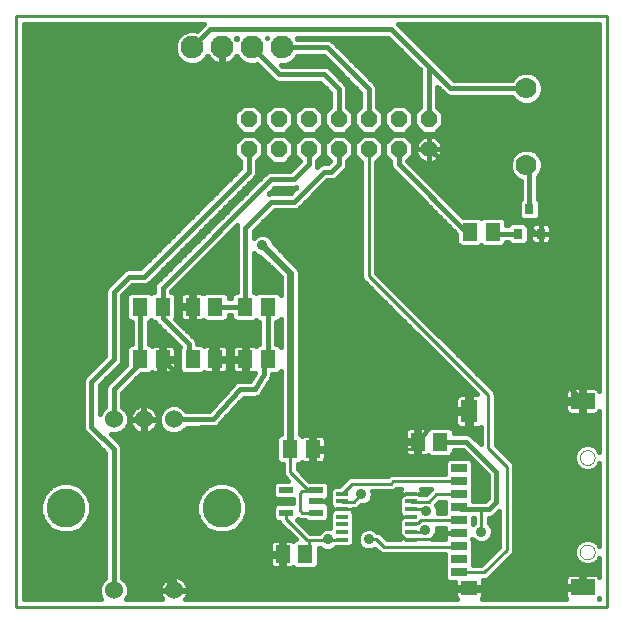
<source format=gtl>
G75*
%MOIN*%
%OFA0B0*%
%FSLAX24Y24*%
%IPPOS*%
%LPD*%
%AMOC8*
5,1,8,0,0,1.08239X$1,22.5*
%
%ADD10C,0.0100*%
%ADD11R,0.0787X0.0551*%
%ADD12R,0.0551X0.0504*%
%ADD13R,0.0551X0.0768*%
%ADD14R,0.0551X0.0276*%
%ADD15C,0.0000*%
%ADD16C,0.0760*%
%ADD17R,0.0390X0.0120*%
%ADD18R,0.0472X0.0217*%
%ADD19R,0.0512X0.0591*%
%ADD20C,0.0600*%
%ADD21C,0.1300*%
%ADD22C,0.0700*%
%ADD23R,0.0315X0.0354*%
%ADD24C,0.0560*%
%ADD25OC8,0.0560*%
%ADD26C,0.0160*%
%ADD27C,0.0240*%
%ADD28C,0.0356*%
%ADD29C,0.0120*%
D10*
X000250Y000180D02*
X000250Y019865D01*
X019935Y019865D01*
X019935Y000180D01*
X000250Y000180D01*
X009228Y003112D02*
X009940Y002400D01*
X010000Y002400D01*
X010000Y001930D01*
X010000Y002400D02*
X010610Y002400D01*
X010630Y002420D01*
X010638Y002412D01*
X011101Y002412D01*
X012000Y002430D02*
X012250Y002430D01*
X012500Y002180D01*
X014982Y002180D01*
X015000Y002198D01*
X015000Y002631D02*
X014271Y002631D01*
X014070Y002430D01*
X013416Y002430D01*
X013190Y002430D01*
X012950Y002720D01*
X012950Y003170D01*
X013389Y003170D01*
X013399Y003180D01*
X013445Y002970D02*
X013399Y002924D01*
X013445Y002970D02*
X013630Y002970D01*
X013724Y003064D01*
X015000Y003064D01*
X015750Y003430D02*
X015750Y002680D01*
X016600Y002080D02*
X015840Y001320D01*
X015012Y001320D01*
X015000Y001332D01*
X015343Y000796D02*
X019098Y000796D01*
X019122Y000820D01*
X016600Y002080D02*
X016600Y004850D01*
X015980Y005470D01*
X015980Y007230D01*
X012000Y011210D01*
X012000Y015430D01*
X013626Y005680D02*
X013376Y005430D01*
X010124Y005430D01*
X010124Y005056D01*
X010750Y004430D01*
X010750Y003950D01*
X010490Y003690D01*
X010750Y003430D01*
X011095Y003430D01*
X011101Y003436D01*
X012684Y003436D01*
X013196Y003948D01*
X013399Y003948D01*
X013399Y003692D02*
X013411Y003680D01*
X014000Y003680D01*
X014250Y003930D01*
X015000Y003930D01*
X015000Y004363D02*
X012813Y004363D01*
X012730Y004280D01*
X011434Y004280D01*
X011101Y003948D01*
X011101Y003692D02*
X011113Y003680D01*
X011500Y003680D01*
X011750Y003930D01*
X012684Y003436D02*
X012950Y003170D01*
X013399Y003436D02*
X013405Y003430D01*
X013820Y003430D01*
X013920Y003370D01*
X013880Y002740D02*
X013738Y002668D01*
X013399Y002668D01*
X013416Y002430D02*
X013399Y002412D01*
X010490Y003690D02*
X010252Y003690D01*
X010252Y003316D02*
X009784Y003316D01*
X009710Y003390D01*
X009710Y003970D01*
X009780Y004040D01*
X010000Y004040D01*
X009376Y004664D01*
X009376Y005430D01*
X010000Y004040D02*
X010228Y004040D01*
X010252Y004064D01*
X009228Y003316D02*
X009228Y003112D01*
D11*
X019122Y000820D03*
X019122Y007040D03*
D12*
X015343Y000796D03*
D13*
X015343Y006696D03*
D14*
X015000Y004796D03*
X015000Y004363D03*
X015000Y003930D03*
X015000Y003497D03*
X015000Y003064D03*
X015000Y002631D03*
X015000Y002198D03*
X015000Y001765D03*
X015000Y001332D03*
D15*
X019034Y002001D02*
X019036Y002032D01*
X019042Y002062D01*
X019051Y002092D01*
X019064Y002120D01*
X019081Y002146D01*
X019101Y002169D01*
X019123Y002191D01*
X019148Y002209D01*
X019175Y002224D01*
X019204Y002235D01*
X019234Y002243D01*
X019265Y002247D01*
X019295Y002247D01*
X019326Y002243D01*
X019356Y002235D01*
X019385Y002224D01*
X019412Y002209D01*
X019437Y002191D01*
X019459Y002169D01*
X019479Y002146D01*
X019496Y002120D01*
X019509Y002092D01*
X019518Y002062D01*
X019524Y002032D01*
X019526Y002001D01*
X019524Y001970D01*
X019518Y001940D01*
X019509Y001910D01*
X019496Y001882D01*
X019479Y001856D01*
X019459Y001833D01*
X019437Y001811D01*
X019412Y001793D01*
X019385Y001778D01*
X019356Y001767D01*
X019326Y001759D01*
X019295Y001755D01*
X019265Y001755D01*
X019234Y001759D01*
X019204Y001767D01*
X019175Y001778D01*
X019148Y001793D01*
X019123Y001811D01*
X019101Y001833D01*
X019081Y001856D01*
X019064Y001882D01*
X019051Y001910D01*
X019042Y001940D01*
X019036Y001970D01*
X019034Y002001D01*
X019034Y005150D02*
X019036Y005181D01*
X019042Y005211D01*
X019051Y005241D01*
X019064Y005269D01*
X019081Y005295D01*
X019101Y005318D01*
X019123Y005340D01*
X019148Y005358D01*
X019175Y005373D01*
X019204Y005384D01*
X019234Y005392D01*
X019265Y005396D01*
X019295Y005396D01*
X019326Y005392D01*
X019356Y005384D01*
X019385Y005373D01*
X019412Y005358D01*
X019437Y005340D01*
X019459Y005318D01*
X019479Y005295D01*
X019496Y005269D01*
X019509Y005241D01*
X019518Y005211D01*
X019524Y005181D01*
X019526Y005150D01*
X019524Y005119D01*
X019518Y005089D01*
X019509Y005059D01*
X019496Y005031D01*
X019479Y005005D01*
X019459Y004982D01*
X019437Y004960D01*
X019412Y004942D01*
X019385Y004927D01*
X019356Y004916D01*
X019326Y004908D01*
X019295Y004904D01*
X019265Y004904D01*
X019234Y004908D01*
X019204Y004916D01*
X019175Y004927D01*
X019148Y004942D01*
X019123Y004960D01*
X019101Y004982D01*
X019081Y005005D01*
X019064Y005031D01*
X019051Y005059D01*
X019042Y005089D01*
X019036Y005119D01*
X019034Y005150D01*
D16*
X009106Y018824D03*
X008106Y018824D03*
X007106Y018824D03*
X006106Y018824D03*
D17*
X011101Y003948D03*
X011101Y003692D03*
X011101Y003436D03*
X011101Y003180D03*
X011101Y002924D03*
X011101Y002668D03*
X011101Y002412D03*
X013399Y002412D03*
X013399Y002668D03*
X013399Y002924D03*
X013399Y003180D03*
X013399Y003436D03*
X013399Y003692D03*
X013399Y003948D03*
D18*
X010252Y004064D03*
X010252Y003690D03*
X010252Y003316D03*
X009228Y003316D03*
X009228Y004064D03*
D19*
X009376Y005430D03*
X010124Y005430D03*
X008624Y008430D03*
X007876Y008430D03*
X006874Y008430D03*
X006126Y008430D03*
X005124Y008430D03*
X004376Y008430D03*
X004376Y010180D03*
X005124Y010180D03*
X006126Y010180D03*
X006874Y010180D03*
X007876Y010180D03*
X008624Y010180D03*
X013626Y005680D03*
X014374Y005680D03*
X009874Y001930D03*
X009126Y001930D03*
X015376Y012680D03*
X016124Y012680D03*
D20*
X005500Y006420D03*
X004500Y006420D03*
X003500Y006420D03*
X003500Y000720D03*
X005500Y000720D03*
D21*
X007100Y003470D03*
X001900Y003470D03*
D22*
X017250Y014900D03*
X017250Y017460D03*
D23*
X017350Y013443D03*
X016976Y012616D03*
X017724Y012616D03*
D24*
X014000Y015430D03*
D25*
X014000Y016430D03*
X013000Y016430D03*
X013000Y015430D03*
X012000Y015430D03*
X011000Y015430D03*
X011000Y016430D03*
X012000Y016430D03*
X010000Y016430D03*
X010000Y015430D03*
X009000Y015430D03*
X009000Y016430D03*
X008000Y016430D03*
X008000Y015430D03*
D26*
X008000Y014680D01*
X004500Y011180D01*
X004000Y011180D01*
X003500Y010680D01*
X003500Y008430D01*
X002750Y007680D01*
X002750Y006180D01*
X003500Y005430D01*
X003500Y000720D01*
X003949Y000497D02*
X005075Y000497D01*
X005089Y000468D02*
X005117Y000430D01*
X003917Y000430D01*
X003924Y000437D01*
X004000Y000621D01*
X004000Y000819D01*
X003924Y001003D01*
X003783Y001144D01*
X003780Y001145D01*
X003780Y005486D01*
X003737Y005589D01*
X003406Y005920D01*
X003599Y005920D01*
X003783Y005996D01*
X003924Y006137D01*
X004000Y006321D01*
X004000Y006519D01*
X003924Y006703D01*
X003783Y006844D01*
X003780Y006845D01*
X003780Y007314D01*
X004401Y007935D01*
X004715Y007935D01*
X004766Y007986D01*
X004799Y007967D01*
X004844Y007955D01*
X005076Y007955D01*
X005076Y008382D01*
X005172Y008382D01*
X005172Y007955D01*
X005404Y007955D01*
X005449Y007967D01*
X005490Y007991D01*
X005524Y008024D01*
X005548Y008065D01*
X005560Y008111D01*
X005560Y008382D01*
X005172Y008382D01*
X005172Y008478D01*
X005076Y008478D01*
X005076Y008905D01*
X004844Y008905D01*
X004799Y008893D01*
X004766Y008874D01*
X004715Y008925D01*
X004656Y008925D01*
X004656Y009685D01*
X004715Y009685D01*
X004750Y009720D01*
X004785Y009685D01*
X004871Y009685D01*
X004887Y009647D01*
X005698Y008836D01*
X005670Y008808D01*
X005670Y008052D01*
X005787Y007935D01*
X006465Y007935D01*
X006516Y007986D01*
X006549Y007967D01*
X006594Y007955D01*
X006826Y007955D01*
X006826Y008382D01*
X006922Y008382D01*
X006922Y007955D01*
X007154Y007955D01*
X007199Y007967D01*
X007240Y007991D01*
X007274Y008024D01*
X007298Y008065D01*
X007310Y008111D01*
X007310Y008382D01*
X006922Y008382D01*
X006922Y008478D01*
X006826Y008478D01*
X006826Y008905D01*
X006594Y008905D01*
X006549Y008893D01*
X006516Y008874D01*
X006465Y008925D01*
X006280Y008925D01*
X006280Y008986D01*
X006237Y009089D01*
X006159Y009167D01*
X005552Y009774D01*
X005580Y009802D01*
X005580Y010558D01*
X005463Y010675D01*
X005404Y010675D01*
X005404Y010688D01*
X007609Y012893D01*
X007596Y012862D01*
X007596Y010675D01*
X007537Y010675D01*
X007420Y010558D01*
X007420Y010460D01*
X007330Y010460D01*
X007330Y010558D01*
X007213Y010675D01*
X006535Y010675D01*
X006484Y010624D01*
X006451Y010643D01*
X006406Y010655D01*
X006174Y010655D01*
X006174Y010228D01*
X006078Y010228D01*
X006078Y010655D01*
X005846Y010655D01*
X005801Y010643D01*
X005760Y010619D01*
X005726Y010586D01*
X005702Y010545D01*
X005690Y010499D01*
X005690Y010228D01*
X006078Y010228D01*
X006078Y010132D01*
X006174Y010132D01*
X006174Y009705D01*
X006406Y009705D01*
X006451Y009717D01*
X006484Y009736D01*
X006535Y009685D01*
X007213Y009685D01*
X007330Y009802D01*
X007330Y009900D01*
X007420Y009900D01*
X007420Y009802D01*
X007537Y009685D01*
X008215Y009685D01*
X008250Y009720D01*
X008285Y009685D01*
X008344Y009685D01*
X008344Y008925D01*
X008285Y008925D01*
X008234Y008874D01*
X008201Y008893D01*
X008156Y008905D01*
X007924Y008905D01*
X007924Y008478D01*
X007828Y008478D01*
X007828Y008905D01*
X007596Y008905D01*
X007551Y008893D01*
X007510Y008869D01*
X007476Y008836D01*
X007452Y008795D01*
X007440Y008749D01*
X007440Y008478D01*
X007828Y008478D01*
X007828Y008382D01*
X007924Y008382D01*
X007924Y007955D01*
X008156Y007955D01*
X008195Y007965D01*
X008041Y007710D01*
X007749Y007710D01*
X007742Y007712D01*
X007693Y007710D01*
X007644Y007710D01*
X007638Y007707D01*
X007631Y007707D01*
X007587Y007686D01*
X007541Y007667D01*
X007537Y007662D01*
X007530Y007660D01*
X007497Y007623D01*
X007463Y007589D01*
X007460Y007582D01*
X006674Y006718D01*
X005921Y006707D01*
X005783Y006844D01*
X005599Y006920D01*
X005401Y006920D01*
X005217Y006844D01*
X005076Y006703D01*
X005000Y006519D01*
X005000Y006321D01*
X005076Y006137D01*
X005217Y005996D01*
X005401Y005920D01*
X005599Y005920D01*
X005783Y005996D01*
X005924Y006137D01*
X005928Y006147D01*
X006753Y006159D01*
X006758Y006158D01*
X006809Y006160D01*
X006860Y006161D01*
X006864Y006163D01*
X006869Y006163D01*
X006915Y006185D01*
X006962Y006205D01*
X006965Y006208D01*
X006970Y006210D01*
X007004Y006248D01*
X007040Y006285D01*
X007042Y006289D01*
X007824Y007150D01*
X008179Y007150D01*
X008214Y007145D01*
X008234Y007150D01*
X008256Y007150D01*
X008288Y007163D01*
X008322Y007172D01*
X008339Y007185D01*
X008359Y007193D01*
X008383Y007217D01*
X008411Y007238D01*
X008422Y007256D01*
X008437Y007271D01*
X008451Y007304D01*
X008722Y007756D01*
X008737Y007771D01*
X008751Y007804D01*
X008769Y007834D01*
X008772Y007855D01*
X008780Y007874D01*
X008780Y007909D01*
X008784Y007935D01*
X008963Y007935D01*
X009056Y008028D01*
X009056Y005925D01*
X009037Y005925D01*
X008920Y005808D01*
X008920Y005052D01*
X009037Y004935D01*
X003780Y004935D01*
X003780Y004777D02*
X009126Y004777D01*
X009126Y004935D02*
X009126Y004614D01*
X009164Y004522D01*
X009314Y004372D01*
X008909Y004372D01*
X008792Y004255D01*
X008792Y003873D01*
X008909Y003756D01*
X009460Y003756D01*
X009460Y003624D01*
X008909Y003624D01*
X008792Y003507D01*
X008792Y003125D01*
X008909Y003008D01*
X009001Y003008D01*
X009016Y002970D01*
X009561Y002425D01*
X009535Y002425D01*
X009484Y002374D01*
X009451Y002393D01*
X009406Y002405D01*
X009174Y002405D01*
X009174Y001978D01*
X009078Y001978D01*
X009078Y002405D01*
X008846Y002405D01*
X008801Y002393D01*
X008760Y002369D01*
X008726Y002336D01*
X008702Y002295D01*
X008690Y002249D01*
X008690Y001978D01*
X009078Y001978D01*
X009078Y001882D01*
X009174Y001882D01*
X009174Y001455D01*
X009406Y001455D01*
X009451Y001467D01*
X009484Y001486D01*
X009535Y001435D01*
X010213Y001435D01*
X010330Y001552D01*
X010330Y002150D01*
X010365Y002150D01*
X010416Y002099D01*
X010555Y002042D01*
X010705Y002042D01*
X010844Y002099D01*
X010897Y002152D01*
X011379Y002152D01*
X011496Y002269D01*
X011496Y003323D01*
X011474Y003345D01*
X011476Y003352D01*
X011476Y003430D01*
X011550Y003430D01*
X011642Y003468D01*
X011712Y003538D01*
X011712Y003538D01*
X011725Y003552D01*
X011825Y003552D01*
X011964Y003609D01*
X012071Y003716D01*
X012128Y003855D01*
X012128Y004005D01*
X012118Y004030D01*
X012780Y004030D01*
X012872Y004068D01*
X012917Y004113D01*
X013057Y004113D01*
X013036Y004077D01*
X013024Y004031D01*
X013024Y003948D01*
X013117Y003948D01*
X013117Y003948D01*
X013024Y003948D01*
X013024Y003864D01*
X013026Y003857D01*
X013004Y003835D01*
X013004Y003293D01*
X013026Y003271D01*
X013024Y003264D01*
X013024Y003180D01*
X013024Y003096D01*
X013026Y003089D01*
X013004Y003067D01*
X013004Y002525D01*
X013026Y002503D01*
X013024Y002496D01*
X013024Y002430D01*
X012604Y002430D01*
X012392Y002642D01*
X012300Y002680D01*
X012285Y002680D01*
X012214Y002751D01*
X012075Y002808D01*
X011925Y002808D01*
X011786Y002751D01*
X011679Y002644D01*
X011622Y002505D01*
X011622Y002355D01*
X011679Y002216D01*
X011786Y002109D01*
X011925Y002052D01*
X012075Y002052D01*
X012214Y002109D01*
X012216Y002111D01*
X012288Y002038D01*
X012358Y001968D01*
X012450Y001930D01*
X014524Y001930D01*
X014524Y001111D01*
X014642Y000994D01*
X014887Y000994D01*
X014887Y000842D01*
X015297Y000842D01*
X015297Y000750D01*
X014887Y000750D01*
X014887Y000520D01*
X014899Y000475D01*
X014923Y000434D01*
X014927Y000430D01*
X005883Y000430D01*
X005911Y000468D01*
X005945Y000536D01*
X005968Y000608D01*
X005980Y000682D01*
X005980Y000700D01*
X005520Y000700D01*
X005520Y000740D01*
X005500Y000720D01*
X015266Y000720D01*
X015343Y000796D01*
X015209Y000930D01*
X015297Y000814D02*
X005971Y000814D01*
X005968Y000832D02*
X005980Y000758D01*
X005980Y000740D01*
X005520Y000740D01*
X005520Y000880D01*
X005520Y000814D02*
X005480Y000814D01*
X005480Y000740D02*
X005480Y001200D01*
X005462Y001200D01*
X005388Y001188D01*
X005316Y001165D01*
X005248Y001131D01*
X005187Y001086D01*
X005134Y001033D01*
X005089Y000972D01*
X005055Y000904D01*
X005032Y000832D01*
X005020Y000758D01*
X005020Y000740D01*
X005480Y000740D01*
X005520Y000740D01*
X005520Y001200D01*
X005538Y001200D01*
X005612Y001188D01*
X005684Y001165D01*
X005752Y001131D01*
X005813Y001086D01*
X005866Y001033D01*
X005911Y000972D01*
X005945Y000904D01*
X005968Y000832D01*
X005910Y000973D02*
X014887Y000973D01*
X014887Y000656D02*
X005976Y000656D01*
X005925Y000497D02*
X014893Y000497D01*
X015389Y000750D02*
X015389Y000842D01*
X015798Y000842D01*
X015798Y001070D01*
X015890Y001070D01*
X015982Y001108D01*
X016052Y001178D01*
X016812Y001938D01*
X016850Y002030D01*
X016850Y004900D01*
X016812Y004992D01*
X016742Y005062D01*
X016230Y005574D01*
X016230Y007280D01*
X016192Y007372D01*
X016122Y007442D01*
X012250Y011314D01*
X012250Y015001D01*
X012480Y015231D01*
X012480Y015629D01*
X012199Y015910D01*
X011801Y015910D01*
X011520Y015629D01*
X011520Y015231D01*
X011750Y015001D01*
X011750Y011160D01*
X011788Y011068D01*
X015597Y007260D01*
X015400Y007260D01*
X015400Y006754D01*
X015285Y006754D01*
X015285Y007260D01*
X015043Y007260D01*
X014997Y007247D01*
X014956Y007224D01*
X014923Y007190D01*
X014899Y007149D01*
X014887Y007103D01*
X014887Y006754D01*
X015285Y006754D01*
X015285Y006638D01*
X015400Y006638D01*
X015400Y006132D01*
X015642Y006132D01*
X015688Y006144D01*
X015729Y006168D01*
X015730Y006169D01*
X015730Y005596D01*
X015409Y005917D01*
X015306Y005960D01*
X014830Y005960D01*
X014830Y006058D01*
X014713Y006175D01*
X014035Y006175D01*
X013984Y006124D01*
X013951Y006143D01*
X013906Y006155D01*
X013674Y006155D01*
X013674Y005728D01*
X013578Y005728D01*
X013578Y006155D01*
X013346Y006155D01*
X013301Y006143D01*
X013260Y006119D01*
X013226Y006086D01*
X013202Y006045D01*
X013190Y005999D01*
X013190Y005728D01*
X013578Y005728D01*
X013578Y005632D01*
X013674Y005632D01*
X013674Y005205D01*
X013906Y005205D01*
X013951Y005217D01*
X013984Y005236D01*
X014035Y005185D01*
X014713Y005185D01*
X014830Y005302D01*
X014830Y005400D01*
X015134Y005400D01*
X015970Y004564D01*
X015970Y003796D01*
X015884Y003710D01*
X015476Y003710D01*
X015476Y005017D01*
X015358Y005134D01*
X014642Y005134D01*
X014524Y005017D01*
X014524Y004613D01*
X012763Y004613D01*
X012671Y004575D01*
X012626Y004530D01*
X011384Y004530D01*
X011292Y004492D01*
X011008Y004208D01*
X010823Y004208D01*
X010706Y004091D01*
X010706Y003549D01*
X010728Y003527D01*
X010726Y003520D01*
X010726Y003436D01*
X010819Y003436D01*
X010819Y003436D01*
X010726Y003436D01*
X010726Y003352D01*
X010728Y003345D01*
X010706Y003323D01*
X010706Y002798D01*
X010705Y002798D01*
X010555Y002798D01*
X010416Y002741D01*
X010325Y002650D01*
X010044Y002650D01*
X009617Y003077D01*
X009643Y003104D01*
X009734Y003066D01*
X009875Y003066D01*
X009933Y003008D01*
X010571Y003008D01*
X010688Y003125D01*
X010688Y003507D01*
X010662Y003534D01*
X010668Y003558D01*
X010668Y003690D01*
X010668Y003822D01*
X010662Y003846D01*
X010688Y003873D01*
X010688Y004255D01*
X010571Y004372D01*
X010021Y004372D01*
X009626Y004768D01*
X009626Y004935D01*
X009715Y004935D01*
X014524Y004935D01*
X014524Y004777D02*
X009626Y004777D01*
X009715Y004935D02*
X009766Y004986D01*
X009799Y004967D01*
X009844Y004955D01*
X010076Y004955D01*
X010076Y005382D01*
X010172Y005382D01*
X010172Y004955D01*
X010404Y004955D01*
X010449Y004967D01*
X010490Y004991D01*
X010524Y005024D01*
X010548Y005065D01*
X010560Y005111D01*
X010560Y005382D01*
X010172Y005382D01*
X010172Y005478D01*
X010076Y005478D01*
X010076Y005905D01*
X009844Y005905D01*
X009799Y005893D01*
X009766Y005874D01*
X009715Y005925D01*
X009696Y005925D01*
X009696Y011358D01*
X009647Y011475D01*
X008828Y012294D01*
X008828Y012295D01*
X008771Y012434D01*
X008664Y012541D01*
X008525Y012598D01*
X008375Y012598D01*
X008236Y012541D01*
X008156Y012461D01*
X008156Y012690D01*
X008866Y013400D01*
X009556Y013400D01*
X009659Y013443D01*
X010616Y014400D01*
X010806Y014400D01*
X010909Y014443D01*
X011159Y014693D01*
X011237Y014771D01*
X011280Y014874D01*
X011280Y015031D01*
X011480Y015231D01*
X011480Y015629D01*
X011199Y015910D01*
X010801Y015910D01*
X010520Y015629D01*
X010520Y015231D01*
X010713Y015039D01*
X010634Y014960D01*
X010444Y014960D01*
X010341Y014917D01*
X010267Y014843D01*
X010280Y014874D01*
X010280Y015031D01*
X010480Y015231D01*
X010480Y015629D01*
X010199Y015910D01*
X009801Y015910D01*
X009520Y015629D01*
X009520Y015231D01*
X009713Y015039D01*
X009384Y014710D01*
X008694Y014710D01*
X008591Y014667D01*
X008513Y014589D01*
X004887Y010963D01*
X004844Y010860D01*
X004844Y010675D01*
X004785Y010675D01*
X004750Y010640D01*
X004715Y010675D01*
X004037Y010675D01*
X003920Y010558D01*
X003920Y009802D01*
X004037Y009685D01*
X004096Y009685D01*
X004096Y008925D01*
X004037Y008925D01*
X003920Y008808D01*
X003920Y008246D01*
X003263Y007589D01*
X003220Y007486D01*
X003220Y006845D01*
X003217Y006844D01*
X003076Y006703D01*
X003030Y006592D01*
X003030Y007564D01*
X003737Y008271D01*
X003780Y008374D01*
X003780Y010564D01*
X004116Y010900D01*
X004556Y010900D01*
X004659Y010943D01*
X008159Y014443D01*
X008237Y014521D01*
X008280Y014624D01*
X008280Y015031D01*
X008480Y015231D01*
X008480Y015629D01*
X008199Y015910D01*
X007801Y015910D01*
X007520Y015629D01*
X007520Y015231D01*
X007720Y015031D01*
X007720Y014796D01*
X004384Y011460D01*
X003944Y011460D01*
X003841Y011417D01*
X003763Y011339D01*
X003763Y011339D01*
X003263Y010839D01*
X003220Y010736D01*
X003220Y008546D01*
X002513Y007839D01*
X002470Y007736D01*
X002470Y006124D01*
X002513Y006021D01*
X002591Y005943D01*
X003220Y005314D01*
X003220Y001145D01*
X003217Y001144D01*
X003076Y001003D01*
X003000Y000819D01*
X003000Y000621D01*
X003076Y000437D01*
X003083Y000430D01*
X000500Y000430D01*
X000500Y019615D01*
X006502Y019615D01*
X006270Y019384D01*
X006222Y019404D01*
X005991Y019404D01*
X005778Y019315D01*
X005615Y019152D01*
X005526Y018939D01*
X005526Y018708D01*
X005615Y018495D01*
X005778Y018332D01*
X005991Y018244D01*
X006222Y018244D01*
X006435Y018332D01*
X006598Y018495D01*
X006619Y018546D01*
X006627Y018530D01*
X006679Y018459D01*
X006741Y018397D01*
X006813Y018345D01*
X006891Y018305D01*
X006975Y018277D01*
X007062Y018264D01*
X007088Y018264D01*
X007088Y018805D01*
X007125Y018805D01*
X007125Y018264D01*
X007150Y018264D01*
X007237Y018277D01*
X007321Y018305D01*
X007400Y018345D01*
X007471Y018397D01*
X007533Y018459D01*
X007585Y018530D01*
X007593Y018546D01*
X007615Y018495D01*
X007778Y018332D01*
X007991Y018244D01*
X008222Y018244D01*
X008270Y018264D01*
X008763Y017771D01*
X008841Y017693D01*
X008944Y017650D01*
X010384Y017650D01*
X010720Y017314D01*
X010720Y016829D01*
X010520Y016629D01*
X010520Y016231D01*
X010801Y015950D01*
X011199Y015950D01*
X011480Y016231D01*
X011480Y016629D01*
X011280Y016829D01*
X011280Y017486D01*
X011237Y017589D01*
X011159Y017667D01*
X010659Y018167D01*
X010556Y018210D01*
X009116Y018210D01*
X009082Y018244D01*
X009222Y018244D01*
X009435Y018332D01*
X009598Y018495D01*
X009618Y018544D01*
X010490Y018544D01*
X011720Y017314D01*
X011720Y016829D01*
X011520Y016629D01*
X011520Y016231D01*
X011801Y015950D01*
X012199Y015950D01*
X012480Y016231D01*
X012480Y016629D01*
X012280Y016829D01*
X012280Y017486D01*
X012237Y017589D01*
X012159Y017667D01*
X010765Y019061D01*
X010662Y019104D01*
X009618Y019104D01*
X009599Y019150D01*
X012634Y019150D01*
X013720Y018064D01*
X013720Y016829D01*
X013520Y016629D01*
X013520Y016231D01*
X013801Y015950D01*
X014199Y015950D01*
X014480Y016231D01*
X014480Y016629D01*
X014280Y016829D01*
X014280Y017504D01*
X014562Y017222D01*
X014665Y017180D01*
X016771Y017180D01*
X016784Y017148D01*
X016938Y016993D01*
X017141Y016910D01*
X017359Y016910D01*
X017562Y016993D01*
X017716Y017148D01*
X017800Y017350D01*
X017800Y017569D01*
X017716Y017771D01*
X017562Y017926D01*
X017359Y018010D01*
X017141Y018010D01*
X016938Y017926D01*
X016784Y017771D01*
X016771Y017740D01*
X014836Y017740D01*
X014159Y018417D01*
X012987Y019589D01*
X012961Y019615D01*
X019685Y019615D01*
X019685Y007379D01*
X019683Y007385D01*
X019660Y007426D01*
X019626Y007460D01*
X019585Y007484D01*
X019539Y007496D01*
X019180Y007496D01*
X019180Y007098D01*
X019064Y007098D01*
X019064Y006982D01*
X019180Y006982D01*
X019180Y006585D01*
X019539Y006585D01*
X019585Y006597D01*
X019626Y006621D01*
X019660Y006654D01*
X019683Y006695D01*
X019685Y006701D01*
X019685Y005337D01*
X019658Y005403D01*
X019532Y005529D01*
X019368Y005597D01*
X019191Y005597D01*
X019027Y005529D01*
X018901Y005403D01*
X018833Y005239D01*
X018833Y005062D01*
X018901Y004898D01*
X019027Y004772D01*
X019191Y004704D01*
X019368Y004704D01*
X019532Y004772D01*
X019658Y004898D01*
X019685Y004964D01*
X019685Y002187D01*
X019658Y002254D01*
X019532Y002379D01*
X019368Y002447D01*
X019191Y002447D01*
X019027Y002379D01*
X018901Y002254D01*
X018833Y002090D01*
X018833Y001912D01*
X018901Y001748D01*
X019027Y001623D01*
X019191Y001555D01*
X019368Y001555D01*
X019532Y001623D01*
X019658Y001748D01*
X019685Y001814D01*
X019685Y001159D01*
X019683Y001165D01*
X019660Y001206D01*
X019626Y001239D01*
X019585Y001263D01*
X019539Y001275D01*
X019180Y001275D01*
X019180Y000878D01*
X019064Y000878D01*
X019064Y001275D01*
X018705Y001275D01*
X018659Y001263D01*
X018618Y001239D01*
X018584Y001206D01*
X018561Y001165D01*
X018548Y001119D01*
X018548Y000878D01*
X019064Y000878D01*
X019064Y000762D01*
X018548Y000762D01*
X018548Y000520D01*
X018561Y000475D01*
X018584Y000434D01*
X018588Y000430D01*
X015758Y000430D01*
X015762Y000434D01*
X015786Y000475D01*
X015798Y000520D01*
X015798Y000750D01*
X015389Y000750D01*
X015389Y000814D02*
X019064Y000814D01*
X019064Y000973D02*
X019180Y000973D01*
X019180Y001131D02*
X019064Y001131D01*
X019066Y001607D02*
X016480Y001607D01*
X016639Y001765D02*
X018894Y001765D01*
X018833Y001924D02*
X016797Y001924D01*
X016850Y002082D02*
X018833Y002082D01*
X018896Y002241D02*
X016850Y002241D01*
X016850Y002399D02*
X019075Y002399D01*
X019484Y002399D02*
X019685Y002399D01*
X019685Y002241D02*
X019663Y002241D01*
X019685Y002558D02*
X016850Y002558D01*
X016850Y002716D02*
X019685Y002716D01*
X019685Y002875D02*
X016850Y002875D01*
X016850Y003033D02*
X019685Y003033D01*
X019685Y003192D02*
X016850Y003192D01*
X016850Y003350D02*
X019685Y003350D01*
X019685Y003509D02*
X016850Y003509D01*
X016850Y003667D02*
X019685Y003667D01*
X019685Y003826D02*
X016850Y003826D01*
X016850Y003984D02*
X019685Y003984D01*
X019685Y004143D02*
X016850Y004143D01*
X016850Y004301D02*
X019685Y004301D01*
X019685Y004460D02*
X016850Y004460D01*
X016850Y004618D02*
X019685Y004618D01*
X019685Y004777D02*
X019536Y004777D01*
X019673Y004935D02*
X019685Y004935D01*
X019685Y005411D02*
X019650Y005411D01*
X019685Y005569D02*
X019435Y005569D01*
X019685Y005728D02*
X016230Y005728D01*
X016230Y005886D02*
X019685Y005886D01*
X019685Y006045D02*
X016230Y006045D01*
X016230Y006203D02*
X019685Y006203D01*
X019685Y006362D02*
X016230Y006362D01*
X016230Y006520D02*
X019685Y006520D01*
X019674Y006679D02*
X019685Y006679D01*
X019180Y006679D02*
X019064Y006679D01*
X019064Y006585D02*
X019064Y006982D01*
X018548Y006982D01*
X018548Y006741D01*
X018561Y006695D01*
X018584Y006654D01*
X018618Y006621D01*
X018659Y006597D01*
X018705Y006585D01*
X019064Y006585D01*
X019064Y006837D02*
X019180Y006837D01*
X019064Y006996D02*
X016230Y006996D01*
X016230Y007154D02*
X018548Y007154D01*
X018548Y007098D02*
X019064Y007098D01*
X019064Y007496D01*
X018705Y007496D01*
X018659Y007484D01*
X018618Y007460D01*
X018584Y007426D01*
X018561Y007385D01*
X018548Y007340D01*
X018548Y007098D01*
X018548Y007313D02*
X016216Y007313D01*
X016093Y007471D02*
X018637Y007471D01*
X019064Y007471D02*
X019180Y007471D01*
X019180Y007313D02*
X019064Y007313D01*
X019064Y007154D02*
X019180Y007154D01*
X019122Y007040D02*
X017724Y008438D01*
X017724Y012616D01*
X017724Y012259D01*
X017724Y012616D01*
X017724Y012616D01*
X017387Y012616D01*
X017387Y012415D01*
X017399Y012370D01*
X017422Y012329D01*
X017456Y012295D01*
X017497Y012271D01*
X017543Y012259D01*
X017724Y012259D01*
X017905Y012259D01*
X017951Y012271D01*
X017992Y012295D01*
X018026Y012329D01*
X018049Y012370D01*
X018061Y012415D01*
X018061Y012616D01*
X017724Y012616D01*
X017724Y012616D01*
X017724Y012616D01*
X017564Y012616D01*
X017000Y013180D01*
X016500Y013180D01*
X014000Y015430D01*
X014010Y015440D02*
X014460Y015440D01*
X014460Y015466D01*
X014449Y015538D01*
X014426Y015607D01*
X014393Y015671D01*
X014351Y015730D01*
X014300Y015781D01*
X014241Y015823D01*
X014177Y015856D01*
X014108Y015879D01*
X014036Y015890D01*
X014010Y015890D01*
X014010Y015440D01*
X014010Y015420D01*
X014460Y015420D01*
X014460Y015394D01*
X014449Y015322D01*
X014426Y015253D01*
X014393Y015189D01*
X014351Y015130D01*
X014300Y015079D01*
X014241Y015037D01*
X014177Y015004D01*
X014108Y014981D01*
X014036Y014970D01*
X014010Y014970D01*
X014010Y015420D01*
X013990Y015420D01*
X013990Y014970D01*
X013964Y014970D01*
X013892Y014981D01*
X013823Y015004D01*
X013759Y015037D01*
X013700Y015079D01*
X013649Y015130D01*
X013607Y015189D01*
X013574Y015253D01*
X013551Y015322D01*
X013540Y015394D01*
X013540Y015420D01*
X013990Y015420D01*
X013990Y015440D01*
X013990Y015890D01*
X013964Y015890D01*
X013892Y015879D01*
X013823Y015856D01*
X013759Y015823D01*
X013700Y015781D01*
X013649Y015730D01*
X013607Y015671D01*
X013574Y015607D01*
X013551Y015538D01*
X013540Y015466D01*
X013540Y015440D01*
X013990Y015440D01*
X014010Y015440D01*
X014010Y015396D02*
X013990Y015396D01*
X013990Y015238D02*
X014010Y015238D01*
X014010Y015079D02*
X013990Y015079D01*
X014300Y015079D02*
X016729Y015079D01*
X016700Y015010D02*
X016700Y014791D01*
X016784Y014589D01*
X016938Y014434D01*
X017070Y014380D01*
X017070Y013781D01*
X016993Y013703D01*
X016993Y013183D01*
X017110Y013066D01*
X017590Y013066D01*
X017707Y013183D01*
X017707Y013703D01*
X017630Y013781D01*
X017630Y014503D01*
X017716Y014589D01*
X017800Y014791D01*
X017800Y015010D01*
X017716Y015212D01*
X017562Y015367D01*
X017359Y015450D01*
X017141Y015450D01*
X016938Y015367D01*
X016784Y015212D01*
X016700Y015010D01*
X016700Y014921D02*
X013405Y014921D01*
X013287Y015039D02*
X013480Y015231D01*
X013480Y015629D01*
X013199Y015910D01*
X012801Y015910D01*
X012520Y015629D01*
X012520Y015231D01*
X012720Y015031D01*
X012720Y014874D01*
X012763Y014771D01*
X012841Y014693D01*
X014920Y012614D01*
X014920Y012302D01*
X015037Y012185D01*
X015715Y012185D01*
X015750Y012220D01*
X015785Y012185D01*
X016463Y012185D01*
X016580Y012302D01*
X016580Y012336D01*
X016638Y012336D01*
X016736Y012239D01*
X017216Y012239D01*
X017333Y012356D01*
X017333Y012876D01*
X017216Y012993D01*
X016736Y012993D01*
X016638Y012896D01*
X016580Y012896D01*
X016580Y013058D01*
X016463Y013175D01*
X015785Y013175D01*
X015750Y013140D01*
X015715Y013175D01*
X015151Y013175D01*
X013287Y015039D01*
X013328Y015079D02*
X013700Y015079D01*
X013582Y015238D02*
X013480Y015238D01*
X013480Y015396D02*
X013540Y015396D01*
X013557Y015555D02*
X013480Y015555D01*
X013396Y015713D02*
X013637Y015713D01*
X013870Y015872D02*
X013237Y015872D01*
X013199Y015950D02*
X013480Y016231D01*
X013480Y016629D01*
X013199Y016910D01*
X012801Y016910D01*
X012520Y016629D01*
X012520Y016231D01*
X012801Y015950D01*
X013199Y015950D01*
X013279Y016030D02*
X013721Y016030D01*
X013563Y016189D02*
X013437Y016189D01*
X013480Y016347D02*
X013520Y016347D01*
X013520Y016506D02*
X013480Y016506D01*
X013445Y016664D02*
X013555Y016664D01*
X013714Y016823D02*
X013286Y016823D01*
X012714Y016823D02*
X012286Y016823D01*
X012280Y016981D02*
X013720Y016981D01*
X013720Y017140D02*
X012280Y017140D01*
X012280Y017298D02*
X013720Y017298D01*
X013720Y017457D02*
X012280Y017457D01*
X012211Y017615D02*
X013720Y017615D01*
X013720Y017774D02*
X012052Y017774D01*
X012159Y017667D02*
X012159Y017667D01*
X012000Y017430D02*
X012000Y016430D01*
X011714Y016823D02*
X011286Y016823D01*
X011280Y016981D02*
X011720Y016981D01*
X011720Y017140D02*
X011280Y017140D01*
X011280Y017298D02*
X011720Y017298D01*
X011577Y017457D02*
X011280Y017457D01*
X011211Y017615D02*
X011419Y017615D01*
X011260Y017774D02*
X011052Y017774D01*
X011102Y017932D02*
X010894Y017932D01*
X010943Y018091D02*
X010735Y018091D01*
X010785Y018249D02*
X009235Y018249D01*
X009510Y018408D02*
X010626Y018408D01*
X010606Y018824D02*
X012000Y017430D01*
X011894Y017932D02*
X013720Y017932D01*
X013693Y018091D02*
X011735Y018091D01*
X011577Y018249D02*
X013535Y018249D01*
X013376Y018408D02*
X011418Y018408D01*
X011260Y018566D02*
X013218Y018566D01*
X013059Y018725D02*
X011101Y018725D01*
X010943Y018883D02*
X012901Y018883D01*
X012742Y019042D02*
X010784Y019042D01*
X010606Y018824D02*
X009106Y018824D01*
X008606Y019132D02*
X008614Y019150D01*
X008599Y019150D01*
X008606Y019132D01*
X008106Y018824D02*
X009000Y017930D01*
X010500Y017930D01*
X011000Y017430D01*
X011000Y016430D01*
X010714Y016823D02*
X010286Y016823D01*
X010199Y016910D02*
X009801Y016910D01*
X009520Y016629D01*
X009520Y016231D01*
X009801Y015950D01*
X010199Y015950D01*
X010480Y016231D01*
X010480Y016629D01*
X010199Y016910D01*
X010445Y016664D02*
X010555Y016664D01*
X010520Y016506D02*
X010480Y016506D01*
X010480Y016347D02*
X010520Y016347D01*
X010563Y016189D02*
X010437Y016189D01*
X010279Y016030D02*
X010721Y016030D01*
X010763Y015872D02*
X010237Y015872D01*
X010396Y015713D02*
X010604Y015713D01*
X010520Y015555D02*
X010480Y015555D01*
X010480Y015396D02*
X010520Y015396D01*
X010520Y015238D02*
X010480Y015238D01*
X010328Y015079D02*
X010672Y015079D01*
X010349Y014921D02*
X010280Y014921D01*
X010000Y014930D02*
X010000Y015430D01*
X009672Y015079D02*
X009328Y015079D01*
X009199Y014950D02*
X009480Y015231D01*
X009480Y015629D01*
X009199Y015910D01*
X008801Y015910D01*
X008520Y015629D01*
X008520Y015231D01*
X008801Y014950D01*
X009199Y014950D01*
X009436Y014762D02*
X008280Y014762D01*
X008280Y014921D02*
X009595Y014921D01*
X009520Y015238D02*
X009480Y015238D01*
X009480Y015396D02*
X009520Y015396D01*
X009520Y015555D02*
X009480Y015555D01*
X009396Y015713D02*
X009604Y015713D01*
X009763Y015872D02*
X009237Y015872D01*
X009199Y015950D02*
X009480Y016231D01*
X009480Y016629D01*
X009199Y016910D01*
X008801Y016910D01*
X008520Y016629D01*
X008520Y016231D01*
X008801Y015950D01*
X009199Y015950D01*
X009279Y016030D02*
X009721Y016030D01*
X009563Y016189D02*
X009437Y016189D01*
X009480Y016347D02*
X009520Y016347D01*
X009520Y016506D02*
X009480Y016506D01*
X009445Y016664D02*
X009555Y016664D01*
X009714Y016823D02*
X009286Y016823D01*
X008714Y016823D02*
X008286Y016823D01*
X008199Y016910D02*
X008480Y016629D01*
X008480Y016231D01*
X008199Y015950D01*
X007801Y015950D01*
X007520Y016231D01*
X007520Y016629D01*
X007801Y016910D01*
X008199Y016910D01*
X008445Y016664D02*
X008555Y016664D01*
X008520Y016506D02*
X008480Y016506D01*
X008480Y016347D02*
X008520Y016347D01*
X008563Y016189D02*
X008437Y016189D01*
X008279Y016030D02*
X008721Y016030D01*
X008763Y015872D02*
X008237Y015872D01*
X008396Y015713D02*
X008604Y015713D01*
X008520Y015555D02*
X008480Y015555D01*
X008480Y015396D02*
X008520Y015396D01*
X008520Y015238D02*
X008480Y015238D01*
X008328Y015079D02*
X008672Y015079D01*
X008528Y014604D02*
X008271Y014604D01*
X008369Y014445D02*
X008161Y014445D01*
X008211Y014287D02*
X008003Y014287D01*
X008052Y014128D02*
X007844Y014128D01*
X007894Y013970D02*
X007686Y013970D01*
X007735Y013811D02*
X007527Y013811D01*
X007577Y013653D02*
X007369Y013653D01*
X007418Y013494D02*
X007210Y013494D01*
X007260Y013336D02*
X007051Y013336D01*
X007101Y013177D02*
X006893Y013177D01*
X006943Y013019D02*
X006734Y013019D01*
X006784Y012860D02*
X006576Y012860D01*
X006626Y012702D02*
X006417Y012702D01*
X006467Y012543D02*
X006259Y012543D01*
X006309Y012385D02*
X006100Y012385D01*
X006150Y012226D02*
X005942Y012226D01*
X005992Y012068D02*
X005783Y012068D01*
X005833Y011909D02*
X005625Y011909D01*
X005675Y011751D02*
X005466Y011751D01*
X005516Y011592D02*
X005308Y011592D01*
X005358Y011434D02*
X005149Y011434D01*
X005199Y011275D02*
X004991Y011275D01*
X005041Y011117D02*
X004832Y011117D01*
X004885Y010958D02*
X004674Y010958D01*
X004844Y010800D02*
X004015Y010800D01*
X004003Y010641D02*
X003857Y010641D01*
X003920Y010483D02*
X003780Y010483D01*
X003780Y010324D02*
X003920Y010324D01*
X003920Y010166D02*
X003780Y010166D01*
X003780Y010007D02*
X003920Y010007D01*
X003920Y009849D02*
X003780Y009849D01*
X003780Y009690D02*
X004032Y009690D01*
X004096Y009532D02*
X003780Y009532D01*
X003780Y009373D02*
X004096Y009373D01*
X004096Y009215D02*
X003780Y009215D01*
X003780Y009056D02*
X004096Y009056D01*
X004009Y008898D02*
X003780Y008898D01*
X003780Y008739D02*
X003920Y008739D01*
X003920Y008581D02*
X003780Y008581D01*
X003780Y008422D02*
X003920Y008422D01*
X003920Y008264D02*
X003729Y008264D01*
X003779Y008105D02*
X003571Y008105D01*
X003621Y007947D02*
X003412Y007947D01*
X003462Y007788D02*
X003254Y007788D01*
X003304Y007630D02*
X003095Y007630D01*
X003030Y007471D02*
X003220Y007471D01*
X003220Y007313D02*
X003030Y007313D01*
X003030Y007154D02*
X003220Y007154D01*
X003220Y006996D02*
X003030Y006996D01*
X003030Y006837D02*
X003210Y006837D01*
X003066Y006679D02*
X003030Y006679D01*
X003500Y006420D02*
X003500Y007430D01*
X004250Y008180D01*
X004250Y008304D01*
X004376Y008430D01*
X004376Y010180D01*
X004749Y010641D02*
X004751Y010641D01*
X005124Y010804D02*
X005124Y010180D01*
X005124Y009806D01*
X006000Y008930D01*
X006000Y008556D01*
X006126Y008430D01*
X006492Y008898D02*
X006565Y008898D01*
X006750Y008930D02*
X006750Y008680D01*
X007000Y008430D01*
X007876Y008430D01*
X007828Y008422D02*
X006922Y008422D01*
X006890Y008414D02*
X006874Y008430D01*
X006750Y008554D01*
X006750Y008680D01*
X006826Y008739D02*
X006922Y008739D01*
X006922Y008581D02*
X006826Y008581D01*
X006922Y008478D02*
X006922Y008905D01*
X007154Y008905D01*
X007199Y008893D01*
X007240Y008869D01*
X007274Y008836D01*
X007298Y008795D01*
X007310Y008749D01*
X007310Y008478D01*
X006922Y008478D01*
X006890Y008414D02*
X006890Y008200D01*
X006880Y008190D01*
X006880Y007790D01*
X006530Y007440D01*
X006100Y007440D01*
X005124Y008416D01*
X005124Y008430D01*
X005000Y008306D01*
X005000Y007740D01*
X004500Y007180D01*
X004500Y006420D01*
X004490Y006430D01*
X004490Y006610D01*
X004480Y006679D02*
X004520Y006679D01*
X004520Y006837D02*
X004480Y006837D01*
X004480Y006900D02*
X004462Y006900D01*
X004388Y006888D01*
X004316Y006865D01*
X004248Y006831D01*
X004187Y006786D01*
X004134Y006733D01*
X004089Y006672D01*
X004055Y006604D01*
X004032Y006532D01*
X004020Y006458D01*
X004020Y006440D01*
X004480Y006440D01*
X004480Y006900D01*
X004520Y006900D02*
X004520Y006440D01*
X004480Y006440D01*
X004480Y006400D01*
X004020Y006400D01*
X004020Y006382D01*
X004032Y006308D01*
X004055Y006236D01*
X004089Y006168D01*
X004134Y006107D01*
X004187Y006054D01*
X004248Y006009D01*
X004316Y005975D01*
X004388Y005952D01*
X004462Y005940D01*
X004480Y005940D01*
X004480Y006400D01*
X004520Y006400D01*
X004520Y006440D01*
X004980Y006440D01*
X004980Y006458D01*
X004968Y006532D01*
X004945Y006604D01*
X004911Y006672D01*
X004866Y006733D01*
X004813Y006786D01*
X004752Y006831D01*
X004684Y006865D01*
X004612Y006888D01*
X004538Y006900D01*
X004520Y006900D01*
X004739Y006837D02*
X005210Y006837D01*
X005066Y006679D02*
X004905Y006679D01*
X004970Y006520D02*
X005000Y006520D01*
X004980Y006400D02*
X004520Y006400D01*
X004520Y005940D01*
X004538Y005940D01*
X004612Y005952D01*
X004684Y005975D01*
X004752Y006009D01*
X004813Y006054D01*
X004866Y006107D01*
X004911Y006168D01*
X004945Y006236D01*
X004968Y006308D01*
X004980Y006382D01*
X004980Y006400D01*
X004977Y006362D02*
X005000Y006362D01*
X005049Y006203D02*
X004928Y006203D01*
X004800Y006045D02*
X005168Y006045D01*
X005500Y006420D02*
X006800Y006440D01*
X007700Y007430D01*
X008200Y007430D01*
X008500Y007930D01*
X008500Y008306D01*
X008624Y008430D01*
X008624Y010180D01*
X009056Y010582D02*
X008963Y010675D01*
X008285Y010675D01*
X008250Y010640D01*
X008215Y010675D01*
X008156Y010675D01*
X008156Y011979D01*
X008236Y011899D01*
X008375Y011842D01*
X008376Y011842D01*
X009056Y011161D01*
X009056Y010582D01*
X009056Y010641D02*
X008997Y010641D01*
X009056Y010800D02*
X008156Y010800D01*
X008156Y010958D02*
X009056Y010958D01*
X009056Y011117D02*
X008156Y011117D01*
X008156Y011275D02*
X008942Y011275D01*
X008784Y011434D02*
X008156Y011434D01*
X008156Y011592D02*
X008625Y011592D01*
X008467Y011751D02*
X008156Y011751D01*
X008156Y011909D02*
X008226Y011909D01*
X007596Y011909D02*
X006625Y011909D01*
X006466Y011751D02*
X007596Y011751D01*
X007596Y011592D02*
X006308Y011592D01*
X006149Y011434D02*
X007596Y011434D01*
X007596Y011275D02*
X005991Y011275D01*
X005832Y011117D02*
X007596Y011117D01*
X007596Y010958D02*
X005674Y010958D01*
X005515Y010800D02*
X007596Y010800D01*
X007503Y010641D02*
X007247Y010641D01*
X007330Y010483D02*
X007420Y010483D01*
X007876Y010180D02*
X007876Y012806D01*
X008750Y013680D01*
X009500Y013680D01*
X010500Y014680D01*
X010750Y014680D01*
X011000Y014930D01*
X011000Y015430D01*
X011328Y015079D02*
X011672Y015079D01*
X011750Y014921D02*
X011280Y014921D01*
X011228Y014762D02*
X011750Y014762D01*
X011750Y014604D02*
X011070Y014604D01*
X010911Y014445D02*
X011750Y014445D01*
X011750Y014287D02*
X010503Y014287D01*
X010344Y014128D02*
X011750Y014128D01*
X011750Y013970D02*
X010186Y013970D01*
X010027Y013811D02*
X011750Y013811D01*
X011750Y013653D02*
X009869Y013653D01*
X009710Y013494D02*
X011750Y013494D01*
X011750Y013336D02*
X008801Y013336D01*
X008643Y013177D02*
X011750Y013177D01*
X011750Y013019D02*
X008484Y013019D01*
X008326Y012860D02*
X011750Y012860D01*
X011750Y012702D02*
X008167Y012702D01*
X008156Y012543D02*
X008242Y012543D01*
X008658Y012543D02*
X011750Y012543D01*
X011750Y012385D02*
X008791Y012385D01*
X008897Y012226D02*
X011750Y012226D01*
X011750Y012068D02*
X009055Y012068D01*
X009214Y011909D02*
X011750Y011909D01*
X011750Y011751D02*
X009372Y011751D01*
X009531Y011592D02*
X011750Y011592D01*
X011750Y011434D02*
X009665Y011434D01*
X009696Y011275D02*
X011750Y011275D01*
X011768Y011117D02*
X009696Y011117D01*
X009696Y010958D02*
X011898Y010958D01*
X012057Y010800D02*
X009696Y010800D01*
X009696Y010641D02*
X012215Y010641D01*
X012374Y010483D02*
X009696Y010483D01*
X009696Y010324D02*
X012532Y010324D01*
X012691Y010166D02*
X009696Y010166D01*
X009696Y010007D02*
X012849Y010007D01*
X013008Y009849D02*
X009696Y009849D01*
X009696Y009690D02*
X013166Y009690D01*
X013325Y009532D02*
X009696Y009532D01*
X009696Y009373D02*
X013483Y009373D01*
X013642Y009215D02*
X009696Y009215D01*
X009696Y009056D02*
X013800Y009056D01*
X013959Y008898D02*
X009696Y008898D01*
X009696Y008739D02*
X014117Y008739D01*
X014276Y008581D02*
X009696Y008581D01*
X009696Y008422D02*
X014434Y008422D01*
X014593Y008264D02*
X009696Y008264D01*
X009696Y008105D02*
X014751Y008105D01*
X014910Y007947D02*
X009696Y007947D01*
X009696Y007788D02*
X015068Y007788D01*
X015227Y007630D02*
X009696Y007630D01*
X009696Y007471D02*
X015385Y007471D01*
X015544Y007313D02*
X009696Y007313D01*
X009696Y007154D02*
X014902Y007154D01*
X014887Y006996D02*
X009696Y006996D01*
X009696Y006837D02*
X014887Y006837D01*
X014887Y006638D02*
X014887Y006288D01*
X014899Y006242D01*
X014923Y006201D01*
X014956Y006168D01*
X014997Y006144D01*
X015043Y006132D01*
X015285Y006132D01*
X015285Y006638D01*
X014887Y006638D01*
X014887Y006520D02*
X009696Y006520D01*
X009696Y006362D02*
X014887Y006362D01*
X014922Y006203D02*
X009696Y006203D01*
X009696Y006045D02*
X013202Y006045D01*
X013190Y005886D02*
X010462Y005886D01*
X010449Y005893D02*
X010404Y005905D01*
X010172Y005905D01*
X010172Y005478D01*
X010560Y005478D01*
X010560Y005749D01*
X010548Y005795D01*
X010524Y005836D01*
X010490Y005869D01*
X010449Y005893D01*
X010560Y005728D02*
X013578Y005728D01*
X013626Y005680D02*
X014392Y006696D01*
X015343Y006696D01*
X015285Y006679D02*
X009696Y006679D01*
X009056Y006679D02*
X007395Y006679D01*
X007539Y006837D02*
X009056Y006837D01*
X009056Y006996D02*
X007683Y006996D01*
X007215Y007313D02*
X003780Y007313D01*
X003780Y007154D02*
X007071Y007154D01*
X006927Y006996D02*
X003780Y006996D01*
X003790Y006837D02*
X004261Y006837D01*
X004095Y006679D02*
X003934Y006679D01*
X004000Y006520D02*
X004030Y006520D01*
X004023Y006362D02*
X004000Y006362D01*
X003951Y006203D02*
X004072Y006203D01*
X004200Y006045D02*
X003832Y006045D01*
X003598Y005728D02*
X008920Y005728D01*
X008920Y005569D02*
X003745Y005569D01*
X003780Y005411D02*
X008920Y005411D01*
X008920Y005252D02*
X003780Y005252D01*
X003780Y005094D02*
X008920Y005094D01*
X009037Y004935D02*
X009126Y004935D01*
X009126Y004618D02*
X003780Y004618D01*
X003780Y004460D02*
X009227Y004460D01*
X008838Y004301D02*
X007315Y004301D01*
X007269Y004320D02*
X006931Y004320D01*
X006619Y004191D01*
X006379Y003951D01*
X006250Y003639D01*
X006250Y003301D01*
X006379Y002989D01*
X006619Y002749D01*
X006931Y002620D01*
X007269Y002620D01*
X007581Y002749D01*
X007821Y002989D01*
X007950Y003301D01*
X007950Y003639D01*
X007821Y003951D01*
X007581Y004191D01*
X007269Y004320D01*
X006885Y004301D02*
X003780Y004301D01*
X003780Y004143D02*
X006570Y004143D01*
X006412Y003984D02*
X003780Y003984D01*
X003780Y003826D02*
X006327Y003826D01*
X006262Y003667D02*
X003780Y003667D01*
X003780Y003509D02*
X006250Y003509D01*
X006250Y003350D02*
X003780Y003350D01*
X003780Y003192D02*
X006295Y003192D01*
X006361Y003033D02*
X003780Y003033D01*
X003780Y002875D02*
X006493Y002875D01*
X006699Y002716D02*
X003780Y002716D01*
X003780Y002558D02*
X009429Y002558D01*
X009429Y002399D02*
X009509Y002399D01*
X009174Y002399D02*
X009078Y002399D01*
X009078Y002241D02*
X009174Y002241D01*
X009174Y002082D02*
X009078Y002082D01*
X009078Y001924D02*
X003780Y001924D01*
X003780Y002082D02*
X008690Y002082D01*
X008690Y002241D02*
X003780Y002241D01*
X003780Y002399D02*
X008823Y002399D01*
X008690Y001882D02*
X008690Y001611D01*
X008702Y001565D01*
X008726Y001524D01*
X008760Y001491D01*
X008801Y001467D01*
X008846Y001455D01*
X009078Y001455D01*
X009078Y001882D01*
X008690Y001882D01*
X008690Y001765D02*
X003780Y001765D01*
X003780Y001607D02*
X008691Y001607D01*
X009078Y001607D02*
X009174Y001607D01*
X009174Y001765D02*
X009078Y001765D01*
X009522Y001448D02*
X003780Y001448D01*
X003780Y001290D02*
X014524Y001290D01*
X014524Y001448D02*
X010226Y001448D01*
X010330Y001607D02*
X014524Y001607D01*
X014524Y001765D02*
X010330Y001765D01*
X010330Y001924D02*
X014524Y001924D01*
X014536Y002430D02*
X014105Y002430D01*
X014201Y002526D01*
X014258Y002665D01*
X014258Y002814D01*
X014550Y002814D01*
X014544Y002792D01*
X014544Y002631D01*
X015000Y002631D01*
X015000Y002631D01*
X014544Y002631D01*
X014544Y002469D01*
X014551Y002445D01*
X014536Y002430D01*
X014544Y002558D02*
X014214Y002558D01*
X014258Y002716D02*
X014544Y002716D01*
X014524Y003314D02*
X014298Y003314D01*
X014298Y003445D01*
X014246Y003572D01*
X014354Y003680D01*
X014524Y003680D01*
X014524Y003314D01*
X014524Y003350D02*
X014298Y003350D01*
X014272Y003509D02*
X014524Y003509D01*
X014524Y003667D02*
X014341Y003667D01*
X013950Y003984D02*
X013774Y003984D01*
X013774Y003948D02*
X013774Y004031D01*
X013761Y004077D01*
X013741Y004113D01*
X014080Y004113D01*
X013896Y003930D01*
X013774Y003930D01*
X013774Y003948D01*
X013681Y003948D01*
X013681Y003948D01*
X013774Y003948D01*
X014524Y004618D02*
X009776Y004618D01*
X009934Y004460D02*
X011259Y004460D01*
X011101Y004301D02*
X010642Y004301D01*
X010688Y004143D02*
X010758Y004143D01*
X010706Y003984D02*
X010688Y003984D01*
X010667Y003826D02*
X010706Y003826D01*
X010668Y003690D02*
X010252Y003690D01*
X010252Y003690D01*
X010668Y003690D01*
X010668Y003667D02*
X010706Y003667D01*
X010687Y003509D02*
X010726Y003509D01*
X010819Y003436D02*
X010819Y003436D01*
X010727Y003350D02*
X010688Y003350D01*
X010688Y003192D02*
X010706Y003192D01*
X010706Y003033D02*
X010596Y003033D01*
X010706Y002875D02*
X009819Y002875D01*
X009907Y003033D02*
X009661Y003033D01*
X009978Y002716D02*
X010391Y002716D01*
X010330Y002082D02*
X010458Y002082D01*
X010802Y002082D02*
X011852Y002082D01*
X011669Y002241D02*
X011467Y002241D01*
X011496Y002399D02*
X011622Y002399D01*
X011644Y002558D02*
X011496Y002558D01*
X011496Y002716D02*
X011751Y002716D01*
X011496Y002875D02*
X013004Y002875D01*
X013004Y003033D02*
X011496Y003033D01*
X011496Y003192D02*
X013024Y003192D01*
X013024Y003180D02*
X013117Y003180D01*
X013117Y003180D01*
X013117Y003180D01*
X013024Y003180D01*
X013004Y003350D02*
X011476Y003350D01*
X011682Y003509D02*
X013004Y003509D01*
X013004Y003667D02*
X012022Y003667D01*
X012116Y003826D02*
X013004Y003826D01*
X013024Y003984D02*
X012128Y003984D01*
X012249Y002716D02*
X013004Y002716D01*
X013004Y002558D02*
X012476Y002558D01*
X012244Y002082D02*
X012148Y002082D01*
X014524Y001131D02*
X005751Y001131D01*
X005520Y001131D02*
X005480Y001131D01*
X005480Y000973D02*
X005520Y000973D01*
X005480Y000740D02*
X005480Y000700D01*
X005020Y000700D01*
X005020Y000682D01*
X005032Y000608D01*
X005055Y000536D01*
X005089Y000468D01*
X005024Y000656D02*
X004000Y000656D01*
X004000Y000814D02*
X005029Y000814D01*
X005090Y000973D02*
X003937Y000973D01*
X003796Y001131D02*
X005249Y001131D01*
X003220Y001290D02*
X000500Y001290D01*
X000500Y001448D02*
X003220Y001448D01*
X003220Y001607D02*
X000500Y001607D01*
X000500Y001765D02*
X003220Y001765D01*
X003220Y001924D02*
X000500Y001924D01*
X000500Y002082D02*
X003220Y002082D01*
X003220Y002241D02*
X000500Y002241D01*
X000500Y002399D02*
X003220Y002399D01*
X003220Y002558D02*
X000500Y002558D01*
X000500Y002716D02*
X001499Y002716D01*
X001419Y002749D02*
X001731Y002620D01*
X002069Y002620D01*
X002381Y002749D01*
X002621Y002989D01*
X002750Y003301D01*
X002750Y003639D01*
X002621Y003951D01*
X002381Y004191D01*
X002069Y004320D01*
X001731Y004320D01*
X001419Y004191D01*
X001179Y003951D01*
X001050Y003639D01*
X001050Y003301D01*
X001179Y002989D01*
X001419Y002749D01*
X001293Y002875D02*
X000500Y002875D01*
X000500Y003033D02*
X001161Y003033D01*
X001095Y003192D02*
X000500Y003192D01*
X000500Y003350D02*
X001050Y003350D01*
X001050Y003509D02*
X000500Y003509D01*
X000500Y003667D02*
X001062Y003667D01*
X001127Y003826D02*
X000500Y003826D01*
X000500Y003984D02*
X001212Y003984D01*
X001370Y004143D02*
X000500Y004143D01*
X000500Y004301D02*
X001685Y004301D01*
X002115Y004301D02*
X003220Y004301D01*
X003220Y004143D02*
X002430Y004143D01*
X002588Y003984D02*
X003220Y003984D01*
X003220Y003826D02*
X002673Y003826D01*
X002738Y003667D02*
X003220Y003667D01*
X003220Y003509D02*
X002750Y003509D01*
X002750Y003350D02*
X003220Y003350D01*
X003220Y003192D02*
X002705Y003192D01*
X002639Y003033D02*
X003220Y003033D01*
X003220Y002875D02*
X002507Y002875D01*
X002301Y002716D02*
X003220Y002716D01*
X003204Y001131D02*
X000500Y001131D01*
X000500Y000973D02*
X003063Y000973D01*
X003000Y000814D02*
X000500Y000814D01*
X000500Y000656D02*
X003000Y000656D01*
X003051Y000497D02*
X000500Y000497D01*
X000500Y004460D02*
X003220Y004460D01*
X003220Y004618D02*
X000500Y004618D01*
X000500Y004777D02*
X003220Y004777D01*
X003220Y004935D02*
X000500Y004935D01*
X000500Y005094D02*
X003220Y005094D01*
X003220Y005252D02*
X000500Y005252D01*
X000500Y005411D02*
X003124Y005411D01*
X002965Y005569D02*
X000500Y005569D01*
X000500Y005728D02*
X002807Y005728D01*
X002648Y005886D02*
X000500Y005886D01*
X000500Y006045D02*
X002503Y006045D01*
X002470Y006203D02*
X000500Y006203D01*
X000500Y006362D02*
X002470Y006362D01*
X002470Y006520D02*
X000500Y006520D01*
X000500Y006679D02*
X002470Y006679D01*
X002470Y006837D02*
X000500Y006837D01*
X000500Y006996D02*
X002470Y006996D01*
X002470Y007154D02*
X000500Y007154D01*
X000500Y007313D02*
X002470Y007313D01*
X002470Y007471D02*
X000500Y007471D01*
X000500Y007630D02*
X002470Y007630D01*
X002492Y007788D02*
X000500Y007788D01*
X000500Y007947D02*
X002621Y007947D01*
X002779Y008105D02*
X000500Y008105D01*
X000500Y008264D02*
X002938Y008264D01*
X003096Y008422D02*
X000500Y008422D01*
X000500Y008581D02*
X003220Y008581D01*
X003220Y008739D02*
X000500Y008739D01*
X000500Y008898D02*
X003220Y008898D01*
X003220Y009056D02*
X000500Y009056D01*
X000500Y009215D02*
X003220Y009215D01*
X003220Y009373D02*
X000500Y009373D01*
X000500Y009532D02*
X003220Y009532D01*
X003220Y009690D02*
X000500Y009690D01*
X000500Y009849D02*
X003220Y009849D01*
X003220Y010007D02*
X000500Y010007D01*
X000500Y010166D02*
X003220Y010166D01*
X003220Y010324D02*
X000500Y010324D01*
X000500Y010483D02*
X003220Y010483D01*
X003220Y010641D02*
X000500Y010641D01*
X000500Y010800D02*
X003246Y010800D01*
X003382Y010958D02*
X000500Y010958D01*
X000500Y011117D02*
X003541Y011117D01*
X003699Y011275D02*
X000500Y011275D01*
X000500Y011434D02*
X003880Y011434D01*
X004516Y011592D02*
X000500Y011592D01*
X000500Y011751D02*
X004675Y011751D01*
X004833Y011909D02*
X000500Y011909D01*
X000500Y012068D02*
X004992Y012068D01*
X005150Y012226D02*
X000500Y012226D01*
X000500Y012385D02*
X005309Y012385D01*
X005467Y012543D02*
X000500Y012543D01*
X000500Y012702D02*
X005626Y012702D01*
X005784Y012860D02*
X000500Y012860D01*
X000500Y013019D02*
X005943Y013019D01*
X006101Y013177D02*
X000500Y013177D01*
X000500Y013336D02*
X006260Y013336D01*
X006418Y013494D02*
X000500Y013494D01*
X000500Y013653D02*
X006577Y013653D01*
X006735Y013811D02*
X000500Y013811D01*
X000500Y013970D02*
X006894Y013970D01*
X007052Y014128D02*
X000500Y014128D01*
X000500Y014287D02*
X007211Y014287D01*
X007369Y014445D02*
X000500Y014445D01*
X000500Y014604D02*
X007528Y014604D01*
X007686Y014762D02*
X000500Y014762D01*
X000500Y014921D02*
X007720Y014921D01*
X007672Y015079D02*
X000500Y015079D01*
X000500Y015238D02*
X007520Y015238D01*
X007520Y015396D02*
X000500Y015396D01*
X000500Y015555D02*
X007520Y015555D01*
X007604Y015713D02*
X000500Y015713D01*
X000500Y015872D02*
X007763Y015872D01*
X007721Y016030D02*
X000500Y016030D01*
X000500Y016189D02*
X007563Y016189D01*
X007520Y016347D02*
X000500Y016347D01*
X000500Y016506D02*
X007520Y016506D01*
X007555Y016664D02*
X000500Y016664D01*
X000500Y016823D02*
X007714Y016823D01*
X007250Y017930D02*
X007106Y018074D01*
X007106Y018824D01*
X007088Y018725D02*
X007125Y018725D01*
X007125Y018566D02*
X007088Y018566D01*
X007088Y018408D02*
X007125Y018408D01*
X007482Y018408D02*
X007702Y018408D01*
X007978Y018249D02*
X006235Y018249D01*
X005978Y018249D02*
X000500Y018249D01*
X000500Y018091D02*
X008443Y018091D01*
X008285Y018249D02*
X008235Y018249D01*
X008602Y017932D02*
X000500Y017932D01*
X000500Y017774D02*
X008760Y017774D01*
X007593Y019101D02*
X007614Y019150D01*
X007561Y019150D01*
X007585Y019117D01*
X007593Y019101D01*
X006713Y019430D02*
X006106Y018824D01*
X005569Y019042D02*
X000500Y019042D01*
X000500Y019200D02*
X005662Y019200D01*
X005882Y019359D02*
X000500Y019359D01*
X000500Y019517D02*
X006404Y019517D01*
X006713Y019430D02*
X012750Y019430D01*
X014000Y018180D01*
X014720Y017460D01*
X017250Y017460D01*
X017532Y016981D02*
X019685Y016981D01*
X019685Y016823D02*
X014286Y016823D01*
X014280Y016981D02*
X016968Y016981D01*
X016792Y017140D02*
X014280Y017140D01*
X014280Y017298D02*
X014486Y017298D01*
X014327Y017457D02*
X014280Y017457D01*
X014644Y017932D02*
X016954Y017932D01*
X016786Y017774D02*
X014802Y017774D01*
X014485Y018091D02*
X019685Y018091D01*
X019685Y018249D02*
X014327Y018249D01*
X014168Y018408D02*
X019685Y018408D01*
X019685Y018566D02*
X014010Y018566D01*
X014159Y018417D02*
X014159Y018417D01*
X014000Y018180D02*
X014000Y016430D01*
X014480Y016506D02*
X019685Y016506D01*
X019685Y016664D02*
X014445Y016664D01*
X014480Y016347D02*
X019685Y016347D01*
X019685Y016189D02*
X014437Y016189D01*
X014279Y016030D02*
X019685Y016030D01*
X019685Y015872D02*
X014130Y015872D01*
X014010Y015872D02*
X013990Y015872D01*
X013990Y015713D02*
X014010Y015713D01*
X014010Y015555D02*
X013990Y015555D01*
X014363Y015713D02*
X019685Y015713D01*
X019685Y015555D02*
X014443Y015555D01*
X014460Y015396D02*
X017009Y015396D01*
X016809Y015238D02*
X014418Y015238D01*
X013722Y014604D02*
X016778Y014604D01*
X016712Y014762D02*
X013564Y014762D01*
X013881Y014445D02*
X016928Y014445D01*
X017070Y014287D02*
X014039Y014287D01*
X014198Y014128D02*
X017070Y014128D01*
X017070Y013970D02*
X014356Y013970D01*
X014515Y013811D02*
X017070Y013811D01*
X016993Y013653D02*
X014673Y013653D01*
X014832Y013494D02*
X016993Y013494D01*
X016993Y013336D02*
X014990Y013336D01*
X015149Y013177D02*
X016999Y013177D01*
X017350Y013443D02*
X017350Y014800D01*
X017250Y014900D01*
X017691Y015238D02*
X019685Y015238D01*
X019685Y015396D02*
X017491Y015396D01*
X017771Y015079D02*
X019685Y015079D01*
X019685Y014921D02*
X017800Y014921D01*
X017788Y014762D02*
X019685Y014762D01*
X019685Y014604D02*
X017722Y014604D01*
X017630Y014445D02*
X019685Y014445D01*
X019685Y014287D02*
X017630Y014287D01*
X017630Y014128D02*
X019685Y014128D01*
X019685Y013970D02*
X017630Y013970D01*
X017630Y013811D02*
X019685Y013811D01*
X019685Y013653D02*
X017707Y013653D01*
X017707Y013494D02*
X019685Y013494D01*
X019685Y013336D02*
X017707Y013336D01*
X017701Y013177D02*
X019685Y013177D01*
X019685Y013019D02*
X016580Y013019D01*
X016188Y012616D02*
X016124Y012680D01*
X016188Y012616D02*
X016976Y012616D01*
X017333Y012543D02*
X017387Y012543D01*
X017387Y012616D02*
X017724Y012616D01*
X018061Y012616D01*
X018061Y012817D01*
X018049Y012863D01*
X018026Y012904D01*
X017992Y012938D01*
X017951Y012961D01*
X017905Y012973D01*
X017724Y012973D01*
X017543Y012973D01*
X017497Y012961D01*
X017456Y012938D01*
X017422Y012904D01*
X017399Y012863D01*
X017387Y012817D01*
X017387Y012616D01*
X017387Y012702D02*
X017333Y012702D01*
X017333Y012860D02*
X017398Y012860D01*
X017724Y012860D02*
X017724Y012860D01*
X017724Y012973D02*
X017724Y012616D01*
X017724Y012616D01*
X017724Y012973D01*
X017724Y012702D02*
X017724Y012702D01*
X017724Y012543D02*
X017724Y012543D01*
X017724Y012385D02*
X017724Y012385D01*
X018053Y012385D02*
X019685Y012385D01*
X019685Y012543D02*
X018061Y012543D01*
X018061Y012702D02*
X019685Y012702D01*
X019685Y012860D02*
X018050Y012860D01*
X017395Y012385D02*
X017333Y012385D01*
X016504Y012226D02*
X019685Y012226D01*
X019685Y012068D02*
X012250Y012068D01*
X012250Y012226D02*
X014996Y012226D01*
X014920Y012385D02*
X012250Y012385D01*
X012250Y012543D02*
X014920Y012543D01*
X014833Y012702D02*
X012250Y012702D01*
X012250Y012860D02*
X014674Y012860D01*
X014515Y013019D02*
X012250Y013019D01*
X012250Y013177D02*
X014357Y013177D01*
X014198Y013336D02*
X012250Y013336D01*
X012250Y013494D02*
X014040Y013494D01*
X013881Y013653D02*
X012250Y013653D01*
X012250Y013811D02*
X013723Y013811D01*
X013564Y013970D02*
X012250Y013970D01*
X012250Y014128D02*
X013406Y014128D01*
X013247Y014287D02*
X012250Y014287D01*
X012250Y014445D02*
X013089Y014445D01*
X012930Y014604D02*
X012250Y014604D01*
X012250Y014762D02*
X012772Y014762D01*
X012720Y014921D02*
X012250Y014921D01*
X012328Y015079D02*
X012672Y015079D01*
X012520Y015238D02*
X012480Y015238D01*
X012480Y015396D02*
X012520Y015396D01*
X012520Y015555D02*
X012480Y015555D01*
X012396Y015713D02*
X012604Y015713D01*
X012763Y015872D02*
X012237Y015872D01*
X012279Y016030D02*
X012721Y016030D01*
X012563Y016189D02*
X012437Y016189D01*
X012480Y016347D02*
X012520Y016347D01*
X012520Y016506D02*
X012480Y016506D01*
X012445Y016664D02*
X012555Y016664D01*
X011721Y016030D02*
X011279Y016030D01*
X011237Y015872D02*
X011763Y015872D01*
X011604Y015713D02*
X011396Y015713D01*
X011480Y015555D02*
X011520Y015555D01*
X011520Y015396D02*
X011480Y015396D01*
X011480Y015238D02*
X011520Y015238D01*
X011563Y016189D02*
X011437Y016189D01*
X011480Y016347D02*
X011520Y016347D01*
X011520Y016506D02*
X011480Y016506D01*
X011445Y016664D02*
X011555Y016664D01*
X010720Y016981D02*
X000500Y016981D01*
X000500Y017140D02*
X010720Y017140D01*
X010720Y017298D02*
X000500Y017298D01*
X000500Y017457D02*
X010577Y017457D01*
X010419Y017615D02*
X000500Y017615D01*
X000500Y018408D02*
X005702Y018408D01*
X005585Y018566D02*
X000500Y018566D01*
X000500Y018725D02*
X005526Y018725D01*
X005526Y018883D02*
X000500Y018883D01*
X006510Y018408D02*
X006731Y018408D01*
X010000Y014930D02*
X009500Y014430D01*
X008750Y014430D01*
X005124Y010804D01*
X005497Y010641D02*
X005797Y010641D01*
X005690Y010483D02*
X005580Y010483D01*
X005580Y010324D02*
X005690Y010324D01*
X005690Y010132D02*
X005690Y009861D01*
X005702Y009815D01*
X005726Y009774D01*
X005760Y009741D01*
X005801Y009717D01*
X005846Y009705D01*
X006078Y009705D01*
X006078Y010132D01*
X005690Y010132D01*
X005580Y010166D02*
X006078Y010166D01*
X006126Y010180D02*
X006126Y009554D01*
X006750Y008930D01*
X006826Y008898D02*
X006922Y008898D01*
X007183Y008898D02*
X007567Y008898D01*
X007440Y008739D02*
X007310Y008739D01*
X007310Y008581D02*
X007440Y008581D01*
X007440Y008382D02*
X007440Y008111D01*
X007452Y008065D01*
X007476Y008024D01*
X007510Y007991D01*
X007551Y007967D01*
X007596Y007955D01*
X007828Y007955D01*
X007828Y008382D01*
X007440Y008382D01*
X007440Y008264D02*
X007310Y008264D01*
X007308Y008105D02*
X007442Y008105D01*
X007828Y008105D02*
X007924Y008105D01*
X007924Y008264D02*
X007828Y008264D01*
X008183Y007947D02*
X006477Y007947D01*
X006826Y008105D02*
X006922Y008105D01*
X006922Y008264D02*
X006826Y008264D01*
X007503Y007630D02*
X004095Y007630D01*
X003937Y007471D02*
X007359Y007471D01*
X006783Y006837D02*
X005790Y006837D01*
X005832Y006045D02*
X009056Y006045D01*
X009056Y006203D02*
X006957Y006203D01*
X007107Y006362D02*
X009056Y006362D01*
X009056Y006520D02*
X007251Y006520D01*
X008265Y007154D02*
X009056Y007154D01*
X009056Y007313D02*
X008456Y007313D01*
X008551Y007471D02*
X009056Y007471D01*
X009056Y007630D02*
X008646Y007630D01*
X008744Y007788D02*
X009056Y007788D01*
X009056Y007947D02*
X008975Y007947D01*
X009056Y008832D02*
X008963Y008925D01*
X008904Y008925D01*
X008904Y009685D01*
X008963Y009685D01*
X009056Y009778D01*
X009056Y008832D01*
X009056Y008898D02*
X008991Y008898D01*
X009056Y009056D02*
X008904Y009056D01*
X008904Y009215D02*
X009056Y009215D01*
X009056Y009373D02*
X008904Y009373D01*
X008904Y009532D02*
X009056Y009532D01*
X009056Y009690D02*
X008968Y009690D01*
X008344Y009532D02*
X005794Y009532D01*
X005636Y009690D02*
X006530Y009690D01*
X006174Y009849D02*
X006078Y009849D01*
X006078Y010007D02*
X006174Y010007D01*
X006174Y010324D02*
X006078Y010324D01*
X006078Y010483D02*
X006174Y010483D01*
X006174Y010641D02*
X006078Y010641D01*
X006455Y010641D02*
X006501Y010641D01*
X006874Y010180D02*
X007876Y010180D01*
X007420Y009849D02*
X007330Y009849D01*
X007218Y009690D02*
X007532Y009690D01*
X008220Y009690D02*
X008280Y009690D01*
X008344Y009373D02*
X005953Y009373D01*
X006111Y009215D02*
X008344Y009215D01*
X008344Y009056D02*
X006251Y009056D01*
X005637Y008898D02*
X005433Y008898D01*
X005449Y008893D02*
X005404Y008905D01*
X005172Y008905D01*
X005172Y008478D01*
X005560Y008478D01*
X005560Y008749D01*
X005548Y008795D01*
X005524Y008836D01*
X005490Y008869D01*
X005449Y008893D01*
X005478Y009056D02*
X004656Y009056D01*
X004656Y009215D02*
X005320Y009215D01*
X005161Y009373D02*
X004656Y009373D01*
X004656Y009532D02*
X005003Y009532D01*
X004780Y009690D02*
X004720Y009690D01*
X004742Y008898D02*
X004815Y008898D01*
X005076Y008898D02*
X005172Y008898D01*
X005172Y008739D02*
X005076Y008739D01*
X005076Y008581D02*
X005172Y008581D01*
X005172Y008422D02*
X005670Y008422D01*
X005670Y008264D02*
X005560Y008264D01*
X005558Y008105D02*
X005670Y008105D01*
X005775Y007947D02*
X004727Y007947D01*
X005076Y008105D02*
X005172Y008105D01*
X005172Y008264D02*
X005076Y008264D01*
X005560Y008581D02*
X005670Y008581D01*
X005670Y008739D02*
X005560Y008739D01*
X005580Y009849D02*
X005693Y009849D01*
X005690Y010007D02*
X005580Y010007D01*
X006783Y012068D02*
X007596Y012068D01*
X007596Y012226D02*
X006942Y012226D01*
X007100Y012385D02*
X007596Y012385D01*
X007596Y012543D02*
X007259Y012543D01*
X007417Y012702D02*
X007596Y012702D01*
X007596Y012860D02*
X007576Y012860D01*
X008663Y013947D02*
X008866Y014150D01*
X009556Y014150D01*
X009587Y014163D01*
X009384Y013960D01*
X008694Y013960D01*
X008663Y013947D01*
X008686Y013970D02*
X009394Y013970D01*
X009552Y014128D02*
X008844Y014128D01*
X008249Y010641D02*
X008251Y010641D01*
X008258Y008898D02*
X008185Y008898D01*
X007924Y008898D02*
X007828Y008898D01*
X007828Y008739D02*
X007924Y008739D01*
X007924Y008581D02*
X007828Y008581D01*
X008088Y007788D02*
X004254Y007788D01*
X004480Y006520D02*
X004520Y006520D01*
X004520Y006362D02*
X004480Y006362D01*
X004480Y006203D02*
X004520Y006203D01*
X004520Y006045D02*
X004480Y006045D01*
X003440Y005886D02*
X008998Y005886D01*
X009754Y005886D02*
X009787Y005886D01*
X010076Y005886D02*
X010172Y005886D01*
X010172Y005728D02*
X010076Y005728D01*
X010076Y005569D02*
X010172Y005569D01*
X010172Y005411D02*
X013190Y005411D01*
X013190Y005361D02*
X013202Y005315D01*
X013226Y005274D01*
X013260Y005241D01*
X013301Y005217D01*
X013346Y005205D01*
X013578Y005205D01*
X013578Y005632D01*
X013190Y005632D01*
X013190Y005361D01*
X013248Y005252D02*
X010560Y005252D01*
X010555Y005094D02*
X014601Y005094D01*
X014780Y005252D02*
X015282Y005252D01*
X015399Y005094D02*
X015441Y005094D01*
X015476Y004935D02*
X015599Y004935D01*
X015476Y004777D02*
X015758Y004777D01*
X015916Y004618D02*
X015476Y004618D01*
X015476Y004460D02*
X015970Y004460D01*
X015970Y004301D02*
X015476Y004301D01*
X015476Y004143D02*
X015970Y004143D01*
X015970Y003984D02*
X015476Y003984D01*
X015476Y003826D02*
X015970Y003826D01*
X016250Y003680D02*
X016000Y003430D01*
X015750Y003430D01*
X015067Y003430D01*
X015000Y003497D01*
X015476Y003150D02*
X015476Y002940D01*
X015500Y002965D01*
X015500Y003150D01*
X015476Y003150D01*
X015476Y003033D02*
X015500Y003033D01*
X016000Y003033D02*
X016350Y003033D01*
X016350Y002875D02*
X016079Y002875D01*
X016071Y002894D02*
X016000Y002965D01*
X016000Y003150D01*
X016056Y003150D01*
X016159Y003193D01*
X016237Y003271D01*
X016350Y003384D01*
X016350Y002184D01*
X015736Y001570D01*
X015476Y001570D01*
X015476Y001985D01*
X015476Y002418D01*
X015449Y002445D01*
X015449Y002446D01*
X015536Y002359D01*
X015675Y002302D01*
X015825Y002302D01*
X015964Y002359D01*
X016071Y002466D01*
X016128Y002605D01*
X016128Y002755D01*
X016071Y002894D01*
X016128Y002716D02*
X016350Y002716D01*
X016350Y002558D02*
X016109Y002558D01*
X016004Y002399D02*
X016350Y002399D01*
X016350Y002241D02*
X015476Y002241D01*
X015476Y002399D02*
X015496Y002399D01*
X015476Y002082D02*
X016248Y002082D01*
X016090Y001924D02*
X015476Y001924D01*
X015476Y001765D02*
X015931Y001765D01*
X015773Y001607D02*
X015476Y001607D01*
X016005Y001131D02*
X018552Y001131D01*
X018548Y000973D02*
X015798Y000973D01*
X015798Y000656D02*
X018548Y000656D01*
X018555Y000497D02*
X015792Y000497D01*
X016163Y001290D02*
X019685Y001290D01*
X019685Y001448D02*
X016322Y001448D01*
X016350Y003192D02*
X016156Y003192D01*
X016316Y003350D02*
X016350Y003350D01*
X016250Y003680D02*
X016250Y004680D01*
X015250Y005680D01*
X014374Y005680D01*
X014830Y006045D02*
X015730Y006045D01*
X015730Y005886D02*
X015440Y005886D01*
X015598Y005728D02*
X015730Y005728D01*
X016235Y005569D02*
X019124Y005569D01*
X018909Y005411D02*
X016393Y005411D01*
X016552Y005252D02*
X018839Y005252D01*
X018833Y005094D02*
X016710Y005094D01*
X016835Y004935D02*
X018886Y004935D01*
X019023Y004777D02*
X016850Y004777D01*
X015400Y006203D02*
X015285Y006203D01*
X015285Y006362D02*
X015400Y006362D01*
X015400Y006520D02*
X015285Y006520D01*
X015285Y006837D02*
X015400Y006837D01*
X015400Y006996D02*
X015285Y006996D01*
X015285Y007154D02*
X015400Y007154D01*
X015934Y007630D02*
X019685Y007630D01*
X019685Y007788D02*
X015776Y007788D01*
X015617Y007947D02*
X019685Y007947D01*
X019685Y008105D02*
X015459Y008105D01*
X015300Y008264D02*
X019685Y008264D01*
X019685Y008422D02*
X015142Y008422D01*
X014983Y008581D02*
X019685Y008581D01*
X019685Y008739D02*
X014825Y008739D01*
X014666Y008898D02*
X019685Y008898D01*
X019685Y009056D02*
X014508Y009056D01*
X014349Y009215D02*
X019685Y009215D01*
X019685Y009373D02*
X014191Y009373D01*
X014032Y009532D02*
X019685Y009532D01*
X019685Y009690D02*
X013874Y009690D01*
X013715Y009849D02*
X019685Y009849D01*
X019685Y010007D02*
X013557Y010007D01*
X013398Y010166D02*
X019685Y010166D01*
X019685Y010324D02*
X013240Y010324D01*
X013081Y010483D02*
X019685Y010483D01*
X019685Y010641D02*
X012923Y010641D01*
X012764Y010800D02*
X019685Y010800D01*
X019685Y010958D02*
X012606Y010958D01*
X012447Y011117D02*
X019685Y011117D01*
X019685Y011275D02*
X012289Y011275D01*
X012250Y011434D02*
X019685Y011434D01*
X019685Y011592D02*
X012250Y011592D01*
X012250Y011751D02*
X019685Y011751D01*
X019685Y011909D02*
X012250Y011909D01*
X015250Y012680D02*
X013000Y014930D01*
X013000Y015430D01*
X015250Y012680D02*
X015376Y012680D01*
X017708Y017140D02*
X019685Y017140D01*
X019685Y017298D02*
X017778Y017298D01*
X017800Y017457D02*
X019685Y017457D01*
X019685Y017615D02*
X017781Y017615D01*
X017714Y017774D02*
X019685Y017774D01*
X019685Y017932D02*
X017546Y017932D01*
X019685Y018725D02*
X013851Y018725D01*
X013693Y018883D02*
X019685Y018883D01*
X019685Y019042D02*
X013534Y019042D01*
X013376Y019200D02*
X019685Y019200D01*
X019685Y019359D02*
X013217Y019359D01*
X013059Y019517D02*
X019685Y019517D01*
X019607Y007471D02*
X019685Y007471D01*
X018570Y006679D02*
X016230Y006679D01*
X016230Y006837D02*
X018548Y006837D01*
X014650Y006710D02*
X014650Y007570D01*
X014640Y007580D01*
X013674Y006045D02*
X013578Y006045D01*
X013578Y005886D02*
X013674Y005886D01*
X013674Y005569D02*
X013578Y005569D01*
X013578Y005411D02*
X013674Y005411D01*
X013674Y005252D02*
X013578Y005252D01*
X013190Y005569D02*
X010560Y005569D01*
X010172Y005252D02*
X010076Y005252D01*
X010076Y005094D02*
X010172Y005094D01*
X009460Y003667D02*
X007938Y003667D01*
X007950Y003509D02*
X008793Y003509D01*
X008792Y003350D02*
X007950Y003350D01*
X007905Y003192D02*
X008792Y003192D01*
X008884Y003033D02*
X007839Y003033D01*
X007707Y002875D02*
X009112Y002875D01*
X009270Y002716D02*
X007501Y002716D01*
X007873Y003826D02*
X008839Y003826D01*
X008792Y003984D02*
X007788Y003984D01*
X007630Y004143D02*
X008792Y004143D01*
X019493Y001607D02*
X019685Y001607D01*
X019685Y001765D02*
X019665Y001765D01*
X019685Y000481D02*
X019685Y000430D01*
X019656Y000430D01*
X019660Y000434D01*
X019683Y000475D01*
X019685Y000481D01*
D27*
X009376Y005430D02*
X009376Y011294D01*
X008450Y012220D01*
X004490Y006610D02*
X004490Y001910D01*
X005520Y000880D01*
D28*
X007750Y000930D03*
X008500Y000930D03*
X009250Y000930D03*
X010000Y000930D03*
X010750Y000930D03*
X011500Y000930D03*
X012250Y000930D03*
X013000Y000930D03*
X013750Y000930D03*
X014500Y000930D03*
X015750Y002680D03*
X016750Y001180D03*
X017500Y001930D03*
X017500Y002930D03*
X017500Y004180D03*
X017500Y005430D03*
X017000Y006680D03*
X017000Y007680D03*
X018300Y007870D03*
X016000Y008930D03*
X015000Y009930D03*
X014000Y010930D03*
X013500Y011930D03*
X013500Y012930D03*
X011250Y012180D03*
X011250Y011180D03*
X011250Y010180D03*
X011250Y009180D03*
X011250Y008180D03*
X011250Y007180D03*
X011750Y006180D03*
X011750Y003930D03*
X012000Y002430D03*
X010630Y002420D03*
X013880Y002740D03*
X013920Y003370D03*
X014650Y007570D03*
X008450Y012220D03*
X006250Y014180D03*
X005500Y013430D03*
X004750Y012680D03*
X004000Y011930D03*
X003000Y011430D03*
X002750Y010430D03*
X002750Y009430D03*
X001000Y009430D03*
X001000Y008680D03*
X001000Y007930D03*
X001000Y007180D03*
X001000Y006430D03*
X001000Y005680D03*
X001000Y004930D03*
X000750Y004180D03*
X000750Y003430D03*
X000750Y002680D03*
X001000Y001930D03*
X001000Y001180D03*
X001500Y000680D03*
X002250Y000680D03*
X004500Y005180D03*
X005500Y005180D03*
X006500Y005180D03*
X007500Y005930D03*
X008250Y006680D03*
X001000Y010180D03*
X001000Y010930D03*
X001000Y011680D03*
X001000Y012430D03*
X001000Y013180D03*
X001000Y013930D03*
X001000Y014680D03*
X001000Y015430D03*
X001000Y016180D03*
X001000Y016930D03*
X001000Y017680D03*
X001000Y018430D03*
X003750Y018930D03*
X004500Y018930D03*
X005250Y018930D03*
X007250Y017930D03*
X014250Y019180D03*
X017000Y019180D03*
X017750Y019180D03*
X018500Y019180D03*
X019250Y018930D03*
X019250Y018180D03*
D29*
X010000Y001930D02*
X009874Y001930D01*
X009126Y001930D02*
X008500Y001930D01*
X008500Y000930D01*
M02*

</source>
